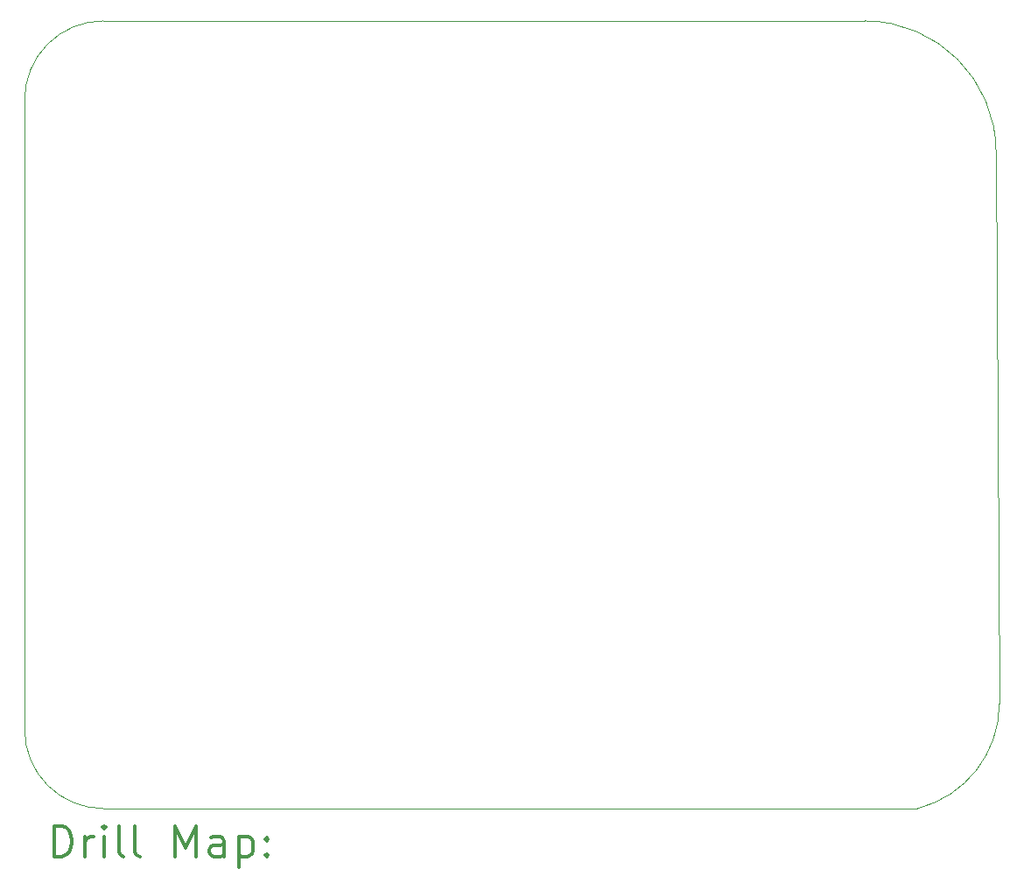
<source format=gbr>
%FSLAX45Y45*%
G04 Gerber Fmt 4.5, Leading zero omitted, Abs format (unit mm)*
G04 Created by KiCad (PCBNEW (5.1.12)-1) date 2022-07-24 10:45:52*
%MOMM*%
%LPD*%
G01*
G04 APERTURE LIST*
%TA.AperFunction,Profile*%
%ADD10C,0.050000*%
%TD*%
%ADD11C,0.200000*%
%ADD12C,0.300000*%
G04 APERTURE END LIST*
D10*
X12954000Y-8890000D02*
X12954000Y-8636000D01*
X12954000Y-14732000D02*
X12954000Y-8890000D01*
X21590000Y-15494000D02*
X13716000Y-15494000D01*
X13716000Y-15494000D02*
G75*
G02*
X12954000Y-14732000I0J762000D01*
G01*
X12954000Y-8636000D02*
G75*
G02*
X13716000Y-7874000I762000J0D01*
G01*
X21082000Y-7874000D02*
X13716000Y-7874000D01*
X21082000Y-7874000D02*
G75*
G02*
X22352000Y-9144000I0J-1270000D01*
G01*
X22383269Y-14478000D02*
X22352000Y-9144000D01*
X22383269Y-14478000D02*
G75*
G02*
X21590000Y-15494000I-1047269J0D01*
G01*
D11*
D12*
X13237928Y-15962214D02*
X13237928Y-15662214D01*
X13309357Y-15662214D01*
X13352214Y-15676500D01*
X13380786Y-15705071D01*
X13395071Y-15733643D01*
X13409357Y-15790786D01*
X13409357Y-15833643D01*
X13395071Y-15890786D01*
X13380786Y-15919357D01*
X13352214Y-15947929D01*
X13309357Y-15962214D01*
X13237928Y-15962214D01*
X13537928Y-15962214D02*
X13537928Y-15762214D01*
X13537928Y-15819357D02*
X13552214Y-15790786D01*
X13566500Y-15776500D01*
X13595071Y-15762214D01*
X13623643Y-15762214D01*
X13723643Y-15962214D02*
X13723643Y-15762214D01*
X13723643Y-15662214D02*
X13709357Y-15676500D01*
X13723643Y-15690786D01*
X13737928Y-15676500D01*
X13723643Y-15662214D01*
X13723643Y-15690786D01*
X13909357Y-15962214D02*
X13880786Y-15947929D01*
X13866500Y-15919357D01*
X13866500Y-15662214D01*
X14066500Y-15962214D02*
X14037928Y-15947929D01*
X14023643Y-15919357D01*
X14023643Y-15662214D01*
X14409357Y-15962214D02*
X14409357Y-15662214D01*
X14509357Y-15876500D01*
X14609357Y-15662214D01*
X14609357Y-15962214D01*
X14880786Y-15962214D02*
X14880786Y-15805071D01*
X14866500Y-15776500D01*
X14837928Y-15762214D01*
X14780786Y-15762214D01*
X14752214Y-15776500D01*
X14880786Y-15947929D02*
X14852214Y-15962214D01*
X14780786Y-15962214D01*
X14752214Y-15947929D01*
X14737928Y-15919357D01*
X14737928Y-15890786D01*
X14752214Y-15862214D01*
X14780786Y-15847929D01*
X14852214Y-15847929D01*
X14880786Y-15833643D01*
X15023643Y-15762214D02*
X15023643Y-16062214D01*
X15023643Y-15776500D02*
X15052214Y-15762214D01*
X15109357Y-15762214D01*
X15137928Y-15776500D01*
X15152214Y-15790786D01*
X15166500Y-15819357D01*
X15166500Y-15905071D01*
X15152214Y-15933643D01*
X15137928Y-15947929D01*
X15109357Y-15962214D01*
X15052214Y-15962214D01*
X15023643Y-15947929D01*
X15295071Y-15933643D02*
X15309357Y-15947929D01*
X15295071Y-15962214D01*
X15280786Y-15947929D01*
X15295071Y-15933643D01*
X15295071Y-15962214D01*
X15295071Y-15776500D02*
X15309357Y-15790786D01*
X15295071Y-15805071D01*
X15280786Y-15790786D01*
X15295071Y-15776500D01*
X15295071Y-15805071D01*
M02*

</source>
